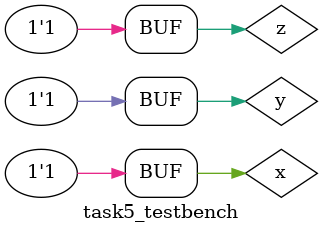
<source format=sv>
`timescale 1ns/1ns
module task5_testbench;

logic x, z, y;
logic f;

Task5 dut4 (f, x, z, y);
initial
begin

	x = 1'b0;
	z = 1'b0;
	y = 1'b0;
	#10

	x = 1'b0;
	z = 1'b0;
	y = 1'b1;
	#10

	x = 1'b0;
	z = 1'b1;
	y = 1'b0;
	#10

	x = 1'b0;
	z = 1'b1;
	y = 1'b1;
	#10

	x = 1'b1;
	z = 1'b0;
	y = 1'b0;
	#10

	x = 1'b1;
	z = 1'b0;
	y = 1'b1;
	#10

	x = 1'b1;
	z = 1'b1;
	y = 1'b0;
	#10

	x = 1'b1;
	z = 1'b1;
	y = 1'b1;
	
end
endmodule

</source>
